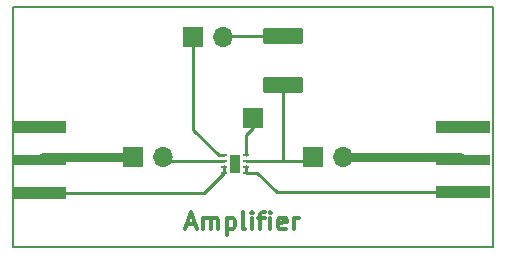
<source format=gbr>
%TF.GenerationSoftware,KiCad,Pcbnew,7.0.8*%
%TF.CreationDate,2024-03-06T16:27:51-05:00*%
%TF.ProjectId,Amplifier,416d706c-6966-4696-9572-2e6b69636164,rev?*%
%TF.SameCoordinates,Original*%
%TF.FileFunction,Copper,L1,Top*%
%TF.FilePolarity,Positive*%
%FSLAX46Y46*%
G04 Gerber Fmt 4.6, Leading zero omitted, Abs format (unit mm)*
G04 Created by KiCad (PCBNEW 7.0.8) date 2024-03-06 16:27:51*
%MOMM*%
%LPD*%
G01*
G04 APERTURE LIST*
G04 Aperture macros list*
%AMRoundRect*
0 Rectangle with rounded corners*
0 $1 Rounding radius*
0 $2 $3 $4 $5 $6 $7 $8 $9 X,Y pos of 4 corners*
0 Add a 4 corners polygon primitive as box body*
4,1,4,$2,$3,$4,$5,$6,$7,$8,$9,$2,$3,0*
0 Add four circle primitives for the rounded corners*
1,1,$1+$1,$2,$3*
1,1,$1+$1,$4,$5*
1,1,$1+$1,$6,$7*
1,1,$1+$1,$8,$9*
0 Add four rect primitives between the rounded corners*
20,1,$1+$1,$2,$3,$4,$5,0*
20,1,$1+$1,$4,$5,$6,$7,0*
20,1,$1+$1,$6,$7,$8,$9,0*
20,1,$1+$1,$8,$9,$2,$3,0*%
G04 Aperture macros list end*
%ADD10C,0.300000*%
%TA.AperFunction,NonConductor*%
%ADD11C,0.300000*%
%TD*%
%TA.AperFunction,NonConductor*%
%ADD12C,0.200000*%
%TD*%
%TA.AperFunction,ComponentPad*%
%ADD13R,1.700000X1.700000*%
%TD*%
%TA.AperFunction,ComponentPad*%
%ADD14O,1.700000X1.700000*%
%TD*%
%TA.AperFunction,SMDPad,CuDef*%
%ADD15RoundRect,0.249999X1.450001X-0.450001X1.450001X0.450001X-1.450001X0.450001X-1.450001X-0.450001X0*%
%TD*%
%TA.AperFunction,SMDPad,CuDef*%
%ADD16R,4.560000X0.850000*%
%TD*%
%TA.AperFunction,SMDPad,CuDef*%
%ADD17R,4.560000X1.000000*%
%TD*%
%TA.AperFunction,SMDPad,CuDef*%
%ADD18R,0.499999X0.249999*%
%TD*%
%TA.AperFunction,SMDPad,CuDef*%
%ADD19R,0.900001X1.599999*%
%TD*%
%TA.AperFunction,ComponentPad*%
%ADD20C,0.499999*%
%TD*%
%TA.AperFunction,Conductor*%
%ADD21C,0.250000*%
%TD*%
%TA.AperFunction,Conductor*%
%ADD22C,0.762000*%
%TD*%
G04 APERTURE END LIST*
D10*
D11*
X55347082Y-53982257D02*
X56061368Y-53982257D01*
X55204225Y-54410828D02*
X55704225Y-52910828D01*
X55704225Y-52910828D02*
X56204225Y-54410828D01*
X56704224Y-54410828D02*
X56704224Y-53410828D01*
X56704224Y-53553685D02*
X56775653Y-53482257D01*
X56775653Y-53482257D02*
X56918510Y-53410828D01*
X56918510Y-53410828D02*
X57132796Y-53410828D01*
X57132796Y-53410828D02*
X57275653Y-53482257D01*
X57275653Y-53482257D02*
X57347082Y-53625114D01*
X57347082Y-53625114D02*
X57347082Y-54410828D01*
X57347082Y-53625114D02*
X57418510Y-53482257D01*
X57418510Y-53482257D02*
X57561367Y-53410828D01*
X57561367Y-53410828D02*
X57775653Y-53410828D01*
X57775653Y-53410828D02*
X57918510Y-53482257D01*
X57918510Y-53482257D02*
X57989939Y-53625114D01*
X57989939Y-53625114D02*
X57989939Y-54410828D01*
X58704224Y-53410828D02*
X58704224Y-54910828D01*
X58704224Y-53482257D02*
X58847082Y-53410828D01*
X58847082Y-53410828D02*
X59132796Y-53410828D01*
X59132796Y-53410828D02*
X59275653Y-53482257D01*
X59275653Y-53482257D02*
X59347082Y-53553685D01*
X59347082Y-53553685D02*
X59418510Y-53696542D01*
X59418510Y-53696542D02*
X59418510Y-54125114D01*
X59418510Y-54125114D02*
X59347082Y-54267971D01*
X59347082Y-54267971D02*
X59275653Y-54339400D01*
X59275653Y-54339400D02*
X59132796Y-54410828D01*
X59132796Y-54410828D02*
X58847082Y-54410828D01*
X58847082Y-54410828D02*
X58704224Y-54339400D01*
X60275653Y-54410828D02*
X60132796Y-54339400D01*
X60132796Y-54339400D02*
X60061367Y-54196542D01*
X60061367Y-54196542D02*
X60061367Y-52910828D01*
X60847081Y-54410828D02*
X60847081Y-53410828D01*
X60847081Y-52910828D02*
X60775653Y-52982257D01*
X60775653Y-52982257D02*
X60847081Y-53053685D01*
X60847081Y-53053685D02*
X60918510Y-52982257D01*
X60918510Y-52982257D02*
X60847081Y-52910828D01*
X60847081Y-52910828D02*
X60847081Y-53053685D01*
X61347082Y-53410828D02*
X61918510Y-53410828D01*
X61561367Y-54410828D02*
X61561367Y-53125114D01*
X61561367Y-53125114D02*
X61632796Y-52982257D01*
X61632796Y-52982257D02*
X61775653Y-52910828D01*
X61775653Y-52910828D02*
X61918510Y-52910828D01*
X62418510Y-54410828D02*
X62418510Y-53410828D01*
X62418510Y-52910828D02*
X62347082Y-52982257D01*
X62347082Y-52982257D02*
X62418510Y-53053685D01*
X62418510Y-53053685D02*
X62489939Y-52982257D01*
X62489939Y-52982257D02*
X62418510Y-52910828D01*
X62418510Y-52910828D02*
X62418510Y-53053685D01*
X63704225Y-54339400D02*
X63561368Y-54410828D01*
X63561368Y-54410828D02*
X63275654Y-54410828D01*
X63275654Y-54410828D02*
X63132796Y-54339400D01*
X63132796Y-54339400D02*
X63061368Y-54196542D01*
X63061368Y-54196542D02*
X63061368Y-53625114D01*
X63061368Y-53625114D02*
X63132796Y-53482257D01*
X63132796Y-53482257D02*
X63275654Y-53410828D01*
X63275654Y-53410828D02*
X63561368Y-53410828D01*
X63561368Y-53410828D02*
X63704225Y-53482257D01*
X63704225Y-53482257D02*
X63775654Y-53625114D01*
X63775654Y-53625114D02*
X63775654Y-53767971D01*
X63775654Y-53767971D02*
X63061368Y-53910828D01*
X64418510Y-54410828D02*
X64418510Y-53410828D01*
X64418510Y-53696542D02*
X64489939Y-53553685D01*
X64489939Y-53553685D02*
X64561368Y-53482257D01*
X64561368Y-53482257D02*
X64704225Y-53410828D01*
X64704225Y-53410828D02*
X64847082Y-53410828D01*
D12*
X40640000Y-35560000D02*
X81280000Y-35560000D01*
X81280000Y-55880000D01*
X40640000Y-55880000D01*
X40640000Y-35560000D01*
D13*
%TO.P,,1*%
%TO.N,N/C*%
X60960000Y-44958000D03*
%TD*%
%TO.P,REF\u002A\u002A,1*%
%TO.N,N/C*%
X55880000Y-38100000D03*
D14*
%TO.P,REF\u002A\u002A,2*%
X58420000Y-38100000D03*
%TD*%
D13*
%TO.P,REF\u002A\u002A,1*%
%TO.N,N/C*%
X50800000Y-48260000D03*
D14*
%TO.P,REF\u002A\u002A,2*%
X53340000Y-48260000D03*
%TD*%
D13*
%TO.P,REF\u002A\u002A,1*%
%TO.N,N/C*%
X66040000Y-48260000D03*
D14*
%TO.P,REF\u002A\u002A,2*%
X68580000Y-48260000D03*
%TD*%
D15*
%TO.P,REF\u002A\u002A,1*%
%TO.N,N/C*%
X63500000Y-42164000D03*
%TO.P,REF\u002A\u002A,2*%
X63500000Y-38064000D03*
%TD*%
D16*
%TO.P,REF\u002A\u002A,1*%
%TO.N,N/C*%
X78740000Y-48511250D03*
D17*
%TO.P,REF\u002A\u002A,SH1*%
X78740000Y-51281250D03*
%TO.P,REF\u002A\u002A,SH2*%
X78740000Y-45741250D03*
%TD*%
D16*
%TO.P,REF\u002A\u002A,1*%
%TO.N,N/C*%
X42845001Y-48538000D03*
D17*
%TO.P,REF\u002A\u002A,SH1*%
X42845001Y-45768000D03*
%TO.P,REF\u002A\u002A,SH2*%
X42845001Y-51308000D03*
%TD*%
D18*
%TO.P,REF\u002A\u002A,1*%
%TO.N,N/C*%
X58485999Y-48126000D03*
%TO.P,REF\u002A\u002A,2*%
X58485999Y-48625999D03*
%TO.P,REF\u002A\u002A,3*%
X58485999Y-49126001D03*
%TO.P,REF\u002A\u002A,4*%
X58485999Y-49625999D03*
%TO.P,REF\u002A\u002A,5*%
X60386001Y-49625999D03*
%TO.P,REF\u002A\u002A,6*%
X60386001Y-49126001D03*
%TO.P,REF\u002A\u002A,7*%
X60386001Y-48625999D03*
%TO.P,REF\u002A\u002A,8*%
X60386001Y-48126000D03*
D19*
%TO.P,REF\u002A\u002A,9*%
X59436000Y-48875998D03*
D20*
%TO.P,REF\u002A\u002A,V*%
X59436000Y-48476002D03*
X59436000Y-49276000D03*
%TD*%
D21*
%TO.N,*%
X58456000Y-38064000D02*
X58420000Y-38100000D01*
X63500000Y-38064000D02*
X58456000Y-38064000D01*
X63500000Y-48625999D02*
X63500000Y-42164000D01*
X63500000Y-48625999D02*
X65674001Y-48625999D01*
X62484000Y-48625999D02*
X63500000Y-48625999D01*
X60386001Y-46416001D02*
X60960000Y-45842002D01*
X60960000Y-45842002D02*
X60960000Y-44958000D01*
X60386001Y-48126000D02*
X60386001Y-46416001D01*
X60386001Y-48625999D02*
X62484000Y-48625999D01*
X55880000Y-45974000D02*
X55880000Y-38100000D01*
X58032000Y-48126000D02*
X55880000Y-45974000D01*
X58485999Y-48126000D02*
X58032000Y-48126000D01*
X62965250Y-51281250D02*
X78740000Y-51281250D01*
X61309999Y-49625999D02*
X62965250Y-51281250D01*
X60386001Y-49625999D02*
X61309999Y-49625999D01*
X56803998Y-51308000D02*
X42845001Y-51308000D01*
X53705999Y-48625999D02*
X53340000Y-48260000D01*
X58485999Y-48625999D02*
X53705999Y-48625999D01*
D22*
X50800000Y-48260000D02*
X43123001Y-48260000D01*
X43123001Y-48260000D02*
X42845001Y-48538000D01*
X78488750Y-48260000D02*
X78740000Y-48511250D01*
X68580000Y-48260000D02*
X78488750Y-48260000D01*
D21*
X65674001Y-48625999D02*
X66040000Y-48260000D01*
X56803998Y-51308000D02*
X58485999Y-49625999D01*
X78625251Y-48625999D02*
X78740000Y-48511250D01*
X42933000Y-48625999D02*
X42845001Y-48538000D01*
X60386001Y-49517998D02*
X60386001Y-49018000D01*
X58485999Y-49018000D02*
X58485999Y-49517998D01*
%TD*%
M02*

</source>
